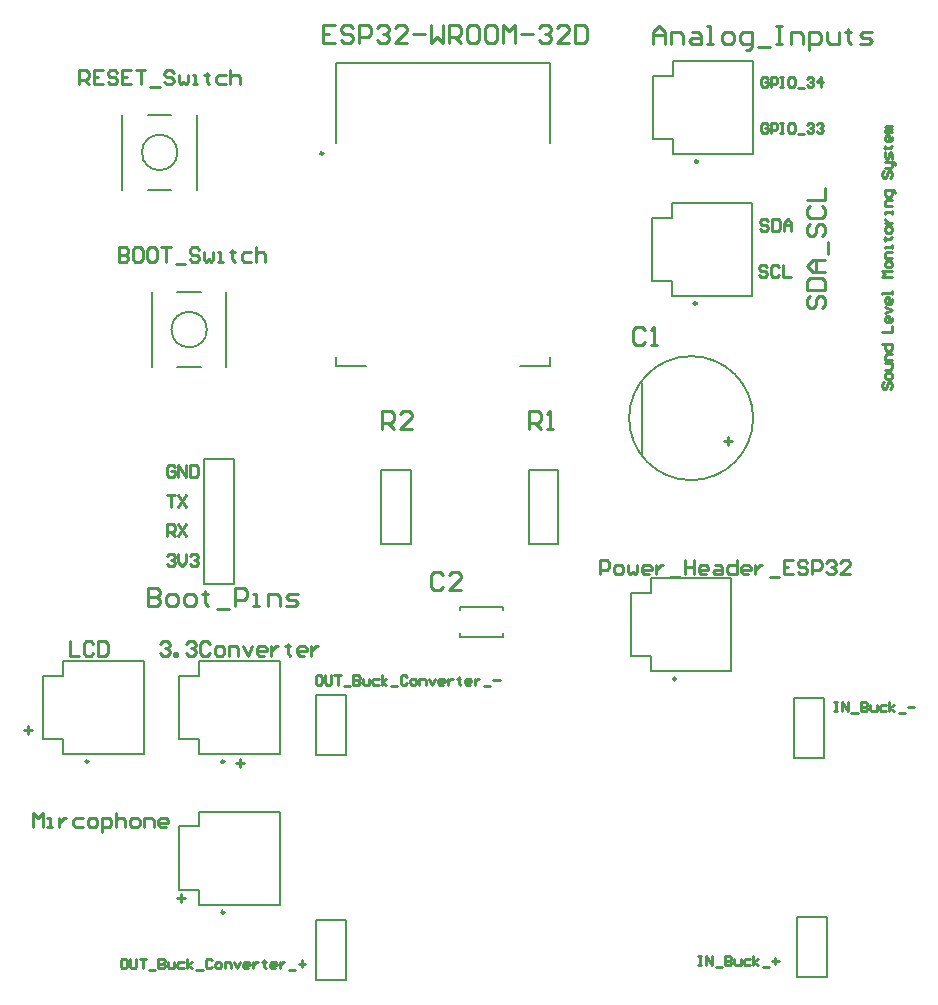
<source format=gbr>
G04*
G04 #@! TF.GenerationSoftware,Altium Limited,Altium Designer,22.4.2 (48)*
G04*
G04 Layer_Color=65535*
%FSLAX25Y25*%
%MOIN*%
G70*
G04*
G04 #@! TF.SameCoordinates,D1C75A00-648E-4898-854E-167750E82D76*
G04*
G04*
G04 #@! TF.FilePolarity,Positive*
G04*
G01*
G75*
%ADD10C,0.00984*%
%ADD11C,0.00500*%
%ADD12C,0.00591*%
%ADD13C,0.00787*%
%ADD14C,0.01000*%
D10*
X238091Y235138D02*
G03*
X238091Y235138I-492J0D01*
G01*
X238484Y282461D02*
G03*
X238484Y282461I-492J0D01*
G01*
X231201Y109921D02*
G03*
X231201Y109921I-492J0D01*
G01*
X80610Y32165D02*
G03*
X80610Y32165I-492J0D01*
G01*
X35335Y82362D02*
G03*
X35335Y82362I-492J0D01*
G01*
X80610D02*
G03*
X80610Y82362I-492J0D01*
G01*
X113583Y285138D02*
G03*
X113583Y285138I-492J0D01*
G01*
D11*
X64961Y285433D02*
G03*
X64961Y285433I-5906J0D01*
G01*
X74803Y226378D02*
G03*
X74803Y226378I-5906J0D01*
G01*
X55118Y273031D02*
X62992D01*
X55118Y297835D02*
X62992D01*
X71457Y273031D02*
Y297835D01*
X46654Y290551D02*
Y297835D01*
Y273031D02*
Y290551D01*
X56496Y213976D02*
Y231496D01*
Y238779D01*
X81299Y213976D02*
Y238779D01*
X64961D02*
X72835D01*
X64961Y213976D02*
X72835D01*
D12*
X256890Y196850D02*
G03*
X256890Y196850I-20669J0D01*
G01*
D13*
X256496Y237697D02*
Y268642D01*
X223031Y242618D02*
Y263720D01*
Y242618D02*
X229724D01*
Y237697D02*
Y242618D01*
Y237697D02*
X256496D01*
X223031Y263720D02*
X229724D01*
Y268642D01*
X256496D01*
X256890Y285020D02*
Y315965D01*
X223425Y289941D02*
Y311043D01*
Y289941D02*
X230118D01*
Y285020D02*
Y289941D01*
Y285020D02*
X256890D01*
X223425Y311043D02*
X230118D01*
Y315965D01*
X256890D01*
X270590Y83425D02*
Y103425D01*
Y83425D02*
X280591D01*
Y103425D01*
X270590D02*
X280591D01*
X271575Y10591D02*
Y30591D01*
Y10591D02*
X281575D01*
Y30591D01*
X271575D02*
X281575D01*
X111142Y84409D02*
Y104409D01*
Y84409D02*
X121142D01*
Y104409D01*
X111142D02*
X121142D01*
X222835Y143425D02*
X249606D01*
X222835Y138504D02*
Y143425D01*
X216142Y138504D02*
X222835D01*
Y112480D02*
X249606D01*
X222835D02*
Y117402D01*
X216142D02*
X222835D01*
X216142D02*
Y138504D01*
X249606Y112480D02*
Y143425D01*
X111142Y9606D02*
Y29606D01*
Y9606D02*
X121142D01*
Y29606D01*
X111142D02*
X121142D01*
X72244Y65669D02*
X99016D01*
X72244Y60748D02*
Y65669D01*
X65551Y60748D02*
X72244D01*
Y34725D02*
X99016D01*
X72244D02*
Y39646D01*
X65551D02*
X72244D01*
X65551D02*
Y60748D01*
X99016Y34725D02*
Y65669D01*
X26969Y115866D02*
X53740D01*
X26969Y110945D02*
Y115866D01*
X20276Y110945D02*
X26969D01*
Y84921D02*
X53740D01*
X26969D02*
Y89842D01*
X20276D02*
X26969D01*
X20276D02*
Y110945D01*
X53740Y84921D02*
Y115866D01*
X72244Y115866D02*
X99016D01*
X72244Y110945D02*
Y115866D01*
X65551Y110945D02*
X72244D01*
Y84921D02*
X99016D01*
X72244D02*
Y89842D01*
X65551D02*
X72244D01*
X65551D02*
Y110945D01*
X99016Y84921D02*
Y115866D01*
X132874Y154921D02*
X142717D01*
Y179724D01*
X132874D02*
X142717D01*
X132874Y154921D02*
Y179724D01*
X182087Y154921D02*
Y179724D01*
X191929D01*
Y154921D02*
Y179724D01*
X182087Y154921D02*
X191929D01*
X117913Y288681D02*
Y315118D01*
Y214331D02*
Y217185D01*
X179291Y214331D02*
X189173D01*
X117913D02*
X127795D01*
X189173Y288681D02*
Y315118D01*
Y214331D02*
Y217185D01*
X117913Y315118D02*
X189173D01*
X159252Y132776D02*
Y133858D01*
Y124016D02*
Y125099D01*
Y124016D02*
X173425D01*
Y132776D02*
Y133858D01*
Y124016D02*
Y125099D01*
X159252Y133858D02*
X173425D01*
X219685Y185039D02*
Y208661D01*
X73740Y183228D02*
X83740D01*
Y141732D02*
Y183228D01*
X73740Y141732D02*
X83740D01*
X73740D02*
Y183228D01*
D14*
X261596Y247292D02*
X260940Y247948D01*
X259628D01*
X258972Y247292D01*
Y246636D01*
X259628Y245980D01*
X260940D01*
X261596Y245324D01*
Y244668D01*
X260940Y244012D01*
X259628D01*
X258972Y244668D01*
X265532Y247292D02*
X264876Y247948D01*
X263564D01*
X262908Y247292D01*
Y244668D01*
X263564Y244012D01*
X264876D01*
X265532Y244668D01*
X266844Y247948D02*
Y244012D01*
X269468D01*
X261793Y262646D02*
X261137Y263302D01*
X259825D01*
X259169Y262646D01*
Y261990D01*
X259825Y261334D01*
X261137D01*
X261793Y260678D01*
Y260022D01*
X261137Y259366D01*
X259825D01*
X259169Y260022D01*
X263105Y263302D02*
Y259366D01*
X265073D01*
X265729Y260022D01*
Y262646D01*
X265073Y263302D01*
X263105D01*
X267041Y259366D02*
Y261990D01*
X268353Y263302D01*
X269665Y261990D01*
Y259366D01*
Y261334D01*
X267041D01*
X261760Y294601D02*
X261236Y295126D01*
X260186D01*
X259661Y294601D01*
Y292502D01*
X260186Y291978D01*
X261236D01*
X261760Y292502D01*
Y293552D01*
X260711D01*
X262810Y291978D02*
Y295126D01*
X264384D01*
X264909Y294601D01*
Y293552D01*
X264384Y293027D01*
X262810D01*
X265959Y295126D02*
X267008D01*
X266483D01*
Y291978D01*
X265959D01*
X267008D01*
X270157Y295126D02*
X269107D01*
X268582Y294601D01*
Y292502D01*
X269107Y291978D01*
X270157D01*
X270682Y292502D01*
Y294601D01*
X270157Y295126D01*
X271731Y291453D02*
X273830D01*
X274880Y294601D02*
X275404Y295126D01*
X276454D01*
X276979Y294601D01*
Y294077D01*
X276454Y293552D01*
X275929D01*
X276454D01*
X276979Y293027D01*
Y292502D01*
X276454Y291978D01*
X275404D01*
X274880Y292502D01*
X278028Y294601D02*
X278553Y295126D01*
X279603D01*
X280127Y294601D01*
Y294077D01*
X279603Y293552D01*
X279078D01*
X279603D01*
X280127Y293027D01*
Y292502D01*
X279603Y291978D01*
X278553D01*
X278028Y292502D01*
X261760Y309956D02*
X261236Y310480D01*
X260186D01*
X259661Y309956D01*
Y307857D01*
X260186Y307332D01*
X261236D01*
X261760Y307857D01*
Y308906D01*
X260711D01*
X262810Y307332D02*
Y310480D01*
X264384D01*
X264909Y309956D01*
Y308906D01*
X264384Y308381D01*
X262810D01*
X265959Y310480D02*
X267008D01*
X266483D01*
Y307332D01*
X265959D01*
X267008D01*
X270157Y310480D02*
X269107D01*
X268582Y309956D01*
Y307857D01*
X269107Y307332D01*
X270157D01*
X270682Y307857D01*
Y309956D01*
X270157Y310480D01*
X271731Y306807D02*
X273830D01*
X274880Y309956D02*
X275404Y310480D01*
X276454D01*
X276979Y309956D01*
Y309431D01*
X276454Y308906D01*
X275929D01*
X276454D01*
X276979Y308381D01*
Y307857D01*
X276454Y307332D01*
X275404D01*
X274880Y307857D01*
X279603Y307332D02*
Y310480D01*
X278028Y308906D01*
X280127D01*
X13795Y92863D02*
X16419D01*
X15107Y94175D02*
Y91551D01*
X247063Y189320D02*
X249687D01*
X248375Y190632D02*
Y188008D01*
X64976Y36761D02*
X67600D01*
X66288Y38073D02*
Y35449D01*
X84661Y82036D02*
X87285D01*
X85973Y83348D02*
Y80724D01*
X300445Y208808D02*
X299920Y208283D01*
Y207233D01*
X300445Y206709D01*
X300970D01*
X301494Y207233D01*
Y208283D01*
X302019Y208808D01*
X302544D01*
X303069Y208283D01*
Y207233D01*
X302544Y206709D01*
X303069Y210382D02*
Y211432D01*
X302544Y211956D01*
X301494D01*
X300970Y211432D01*
Y210382D01*
X301494Y209857D01*
X302544D01*
X303069Y210382D01*
X300970Y213006D02*
X302544D01*
X303069Y213531D01*
Y215105D01*
X300970D01*
X303069Y216154D02*
X300970D01*
Y217729D01*
X301494Y218253D01*
X303069D01*
X299920Y221402D02*
X303069D01*
Y219828D01*
X302544Y219303D01*
X301494D01*
X300970Y219828D01*
Y221402D01*
X299920Y225600D02*
X303069D01*
Y227699D01*
Y230323D02*
Y229274D01*
X302544Y228749D01*
X301494D01*
X300970Y229274D01*
Y230323D01*
X301494Y230848D01*
X302019D01*
Y228749D01*
X300970Y231897D02*
X303069Y232947D01*
X300970Y233997D01*
X303069Y236620D02*
Y235571D01*
X302544Y235046D01*
X301494D01*
X300970Y235571D01*
Y236620D01*
X301494Y237145D01*
X302019D01*
Y235046D01*
X303069Y238195D02*
Y239244D01*
Y238719D01*
X299920D01*
Y238195D01*
X303069Y243967D02*
X299920D01*
X300970Y245017D01*
X299920Y246066D01*
X303069D01*
Y247640D02*
Y248690D01*
X302544Y249215D01*
X301494D01*
X300970Y248690D01*
Y247640D01*
X301494Y247116D01*
X302544D01*
X303069Y247640D01*
Y250264D02*
X300970D01*
Y251838D01*
X301494Y252363D01*
X303069D01*
Y253413D02*
Y254462D01*
Y253938D01*
X300970D01*
Y253413D01*
X300445Y256561D02*
X300970D01*
Y256037D01*
Y257086D01*
Y256561D01*
X302544D01*
X303069Y257086D01*
Y259185D02*
Y260235D01*
X302544Y260759D01*
X301494D01*
X300970Y260235D01*
Y259185D01*
X301494Y258660D01*
X302544D01*
X303069Y259185D01*
X300970Y261809D02*
X303069D01*
X302019D01*
X301494Y262334D01*
X300970Y262859D01*
Y263383D01*
X303069Y264958D02*
Y266007D01*
Y265482D01*
X300970D01*
Y264958D01*
X303069Y267581D02*
X300970D01*
Y269156D01*
X301494Y269681D01*
X303069D01*
X304118Y271780D02*
Y272304D01*
X303593Y272829D01*
X300970D01*
Y271255D01*
X301494Y270730D01*
X302544D01*
X303069Y271255D01*
Y272829D01*
X300445Y279126D02*
X299920Y278602D01*
Y277552D01*
X300445Y277027D01*
X300970D01*
X301494Y277552D01*
Y278602D01*
X302019Y279126D01*
X302544D01*
X303069Y278602D01*
Y277552D01*
X302544Y277027D01*
X300970Y280176D02*
X302544D01*
X303069Y280701D01*
Y282275D01*
X303593D01*
X304118Y281750D01*
Y281225D01*
X303069Y282275D02*
X300970D01*
X303069Y283324D02*
Y284899D01*
X302544Y285423D01*
X302019Y284899D01*
Y283849D01*
X301494Y283324D01*
X300970Y283849D01*
Y285423D01*
X300445Y286998D02*
X300970D01*
Y286473D01*
Y287523D01*
Y286998D01*
X302544D01*
X303069Y287523D01*
Y290671D02*
Y289622D01*
X302544Y289097D01*
X301494D01*
X300970Y289622D01*
Y290671D01*
X301494Y291196D01*
X302019D01*
Y289097D01*
X303069Y292245D02*
X300970D01*
Y292770D01*
X301494Y293295D01*
X303069D01*
X301494D01*
X300970Y293820D01*
X301494Y294344D01*
X303069D01*
X64033Y180516D02*
X63377Y181172D01*
X62065D01*
X61409Y180516D01*
Y177892D01*
X62065Y177236D01*
X63377D01*
X64033Y177892D01*
Y179204D01*
X62721D01*
X65345Y177236D02*
Y181172D01*
X67969Y177236D01*
Y181172D01*
X69281D02*
Y177236D01*
X71249D01*
X71905Y177892D01*
Y180516D01*
X71249Y181172D01*
X69281D01*
X61409Y150988D02*
X62065Y151644D01*
X63377D01*
X64033Y150988D01*
Y150332D01*
X63377Y149677D01*
X62721D01*
X63377D01*
X64033Y149021D01*
Y148365D01*
X63377Y147709D01*
X62065D01*
X61409Y148365D01*
X65345Y151644D02*
Y149021D01*
X66657Y147709D01*
X67969Y149021D01*
Y151644D01*
X69281Y150988D02*
X69937Y151644D01*
X71249D01*
X71905Y150988D01*
Y150332D01*
X71249Y149677D01*
X70593D01*
X71249D01*
X71905Y149021D01*
Y148365D01*
X71249Y147709D01*
X69937D01*
X69281Y148365D01*
X61409Y157551D02*
Y161487D01*
X63377D01*
X64033Y160831D01*
Y159519D01*
X63377Y158863D01*
X61409D01*
X62721D02*
X64033Y157551D01*
X65345Y161487D02*
X67969Y157551D01*
Y161487D02*
X65345Y157551D01*
X61409Y171329D02*
X64033D01*
X62721D01*
Y167394D01*
X65345Y171329D02*
X67969Y167394D01*
Y171329D02*
X65345Y167394D01*
X275847Y237647D02*
X274848Y236647D01*
Y234648D01*
X275847Y233648D01*
X276847D01*
X277847Y234648D01*
Y236647D01*
X278846Y237647D01*
X279846D01*
X280846Y236647D01*
Y234648D01*
X279846Y233648D01*
X274848Y239646D02*
X280846D01*
Y242645D01*
X279846Y243645D01*
X275847D01*
X274848Y242645D01*
Y239646D01*
X280846Y245644D02*
X276847D01*
X274848Y247644D01*
X276847Y249643D01*
X280846D01*
X277847D01*
Y245644D01*
X281845Y251642D02*
Y255641D01*
X275847Y261639D02*
X274848Y260640D01*
Y258640D01*
X275847Y257640D01*
X276847D01*
X277847Y258640D01*
Y260640D01*
X278846Y261639D01*
X279846D01*
X280846Y260640D01*
Y258640D01*
X279846Y257640D01*
X275847Y267637D02*
X274848Y266637D01*
Y264638D01*
X275847Y263638D01*
X279846D01*
X280846Y264638D01*
Y266637D01*
X279846Y267637D01*
X274848Y269637D02*
X280846D01*
Y273635D01*
X223654Y321442D02*
Y325441D01*
X225653Y327440D01*
X227653Y325441D01*
Y321442D01*
Y324441D01*
X223654D01*
X229652Y321442D02*
Y325441D01*
X232651D01*
X233651Y324441D01*
Y321442D01*
X236650Y325441D02*
X238649D01*
X239649Y324441D01*
Y321442D01*
X236650D01*
X235650Y322442D01*
X236650Y323442D01*
X239649D01*
X241648Y321442D02*
X243648D01*
X242648D01*
Y327440D01*
X241648D01*
X247646Y321442D02*
X249645D01*
X250645Y322442D01*
Y324441D01*
X249645Y325441D01*
X247646D01*
X246646Y324441D01*
Y322442D01*
X247646Y321442D01*
X254644Y319443D02*
X255644D01*
X256643Y320443D01*
Y325441D01*
X253644D01*
X252645Y324441D01*
Y322442D01*
X253644Y321442D01*
X256643D01*
X258643Y320443D02*
X262641D01*
X264641Y327440D02*
X266640D01*
X265640D01*
Y321442D01*
X264641D01*
X266640D01*
X269639D02*
Y325441D01*
X272638D01*
X273638Y324441D01*
Y321442D01*
X275637Y319443D02*
Y325441D01*
X278636D01*
X279636Y324441D01*
Y322442D01*
X278636Y321442D01*
X275637D01*
X281635Y325441D02*
Y322442D01*
X282635Y321442D01*
X285634D01*
Y325441D01*
X288633Y326441D02*
Y325441D01*
X287633D01*
X289633D01*
X288633D01*
Y322442D01*
X289633Y321442D01*
X292632D02*
X295631D01*
X296630Y322442D01*
X295631Y323442D01*
X293631D01*
X292632Y324441D01*
X293631Y325441D01*
X296630D01*
X283863Y102230D02*
X284912D01*
X284387D01*
Y99082D01*
X283863D01*
X284912D01*
X286486D02*
Y102230D01*
X288585Y99082D01*
Y102230D01*
X289635Y98557D02*
X291734D01*
X292784Y102230D02*
Y99082D01*
X294358D01*
X294883Y99607D01*
Y100131D01*
X294358Y100656D01*
X292784D01*
X294358D01*
X294883Y101181D01*
Y101706D01*
X294358Y102230D01*
X292784D01*
X295932Y101181D02*
Y99607D01*
X296457Y99082D01*
X298031D01*
Y101181D01*
X301180D02*
X299605D01*
X299081Y100656D01*
Y99607D01*
X299605Y99082D01*
X301180D01*
X302229D02*
Y102230D01*
Y100131D02*
X303804Y101181D01*
X302229Y100131D02*
X303804Y99082D01*
X305378Y98557D02*
X307477D01*
X308526Y100656D02*
X310626D01*
X238587Y17585D02*
X239636D01*
X239112D01*
Y14436D01*
X238587D01*
X239636D01*
X241211D02*
Y17585D01*
X243310Y14436D01*
Y17585D01*
X244359Y13911D02*
X246459D01*
X247508Y17585D02*
Y14436D01*
X249082D01*
X249607Y14961D01*
Y15486D01*
X249082Y16010D01*
X247508D01*
X249082D01*
X249607Y16535D01*
Y17060D01*
X249082Y17585D01*
X247508D01*
X250657Y16535D02*
Y14961D01*
X251181Y14436D01*
X252756D01*
Y16535D01*
X255904D02*
X254330D01*
X253805Y16010D01*
Y14961D01*
X254330Y14436D01*
X255904D01*
X256954D02*
Y17585D01*
Y15486D02*
X258528Y16535D01*
X256954Y15486D02*
X258528Y14436D01*
X260102Y13911D02*
X262201D01*
X263251Y16010D02*
X265350D01*
X264300Y17060D02*
Y14961D01*
X112608Y111089D02*
X111558D01*
X111033Y110564D01*
Y108465D01*
X111558Y107940D01*
X112608D01*
X113133Y108465D01*
Y110564D01*
X112608Y111089D01*
X114182D02*
Y108465D01*
X114707Y107940D01*
X115756D01*
X116281Y108465D01*
Y111089D01*
X117331D02*
X119430D01*
X118380D01*
Y107940D01*
X120479Y107415D02*
X122578D01*
X123628Y111089D02*
Y107940D01*
X125202D01*
X125727Y108465D01*
Y108990D01*
X125202Y109514D01*
X123628D01*
X125202D01*
X125727Y110039D01*
Y110564D01*
X125202Y111089D01*
X123628D01*
X126777Y110039D02*
Y108465D01*
X127301Y107940D01*
X128876D01*
Y110039D01*
X132024D02*
X130450D01*
X129925Y109514D01*
Y108465D01*
X130450Y107940D01*
X132024D01*
X133074D02*
Y111089D01*
Y108990D02*
X134648Y110039D01*
X133074Y108990D02*
X134648Y107940D01*
X136222Y107415D02*
X138321D01*
X141470Y110564D02*
X140945Y111089D01*
X139896D01*
X139371Y110564D01*
Y108465D01*
X139896Y107940D01*
X140945D01*
X141470Y108465D01*
X143044Y107940D02*
X144094D01*
X144618Y108465D01*
Y109514D01*
X144094Y110039D01*
X143044D01*
X142519Y109514D01*
Y108465D01*
X143044Y107940D01*
X145668D02*
Y110039D01*
X147242D01*
X147767Y109514D01*
Y107940D01*
X148817Y110039D02*
X149866Y107940D01*
X150916Y110039D01*
X153540Y107940D02*
X152490D01*
X151965Y108465D01*
Y109514D01*
X152490Y110039D01*
X153540D01*
X154064Y109514D01*
Y108990D01*
X151965D01*
X155114Y110039D02*
Y107940D01*
Y108990D01*
X155639Y109514D01*
X156163Y110039D01*
X156688D01*
X158787Y110564D02*
Y110039D01*
X158262D01*
X159312D01*
X158787D01*
Y108465D01*
X159312Y107940D01*
X162460D02*
X161411D01*
X160886Y108465D01*
Y109514D01*
X161411Y110039D01*
X162460D01*
X162985Y109514D01*
Y108990D01*
X160886D01*
X164035Y110039D02*
Y107940D01*
Y108990D01*
X164560Y109514D01*
X165084Y110039D01*
X165609D01*
X167183Y107415D02*
X169282D01*
X170332Y109514D02*
X172431D01*
X205698Y144741D02*
Y149464D01*
X208060D01*
X208847Y148677D01*
Y147102D01*
X208060Y146315D01*
X205698D01*
X211209Y144741D02*
X212783D01*
X213570Y145528D01*
Y147102D01*
X212783Y147889D01*
X211209D01*
X210421Y147102D01*
Y145528D01*
X211209Y144741D01*
X215144Y147889D02*
Y145528D01*
X215932Y144741D01*
X216719Y145528D01*
X217506Y144741D01*
X218293Y145528D01*
Y147889D01*
X222229Y144741D02*
X220654D01*
X219867Y145528D01*
Y147102D01*
X220654Y147889D01*
X222229D01*
X223016Y147102D01*
Y146315D01*
X219867D01*
X224590Y147889D02*
Y144741D01*
Y146315D01*
X225377Y147102D01*
X226164Y147889D01*
X226952D01*
X229313Y143954D02*
X232462D01*
X234036Y149464D02*
Y144741D01*
Y147102D01*
X237184D01*
Y149464D01*
Y144741D01*
X241120D02*
X239546D01*
X238759Y145528D01*
Y147102D01*
X239546Y147889D01*
X241120D01*
X241907Y147102D01*
Y146315D01*
X238759D01*
X244269Y147889D02*
X245843D01*
X246630Y147102D01*
Y144741D01*
X244269D01*
X243482Y145528D01*
X244269Y146315D01*
X246630D01*
X251353Y149464D02*
Y144741D01*
X248992D01*
X248204Y145528D01*
Y147102D01*
X248992Y147889D01*
X251353D01*
X255289Y144741D02*
X253714D01*
X252927Y145528D01*
Y147102D01*
X253714Y147889D01*
X255289D01*
X256076Y147102D01*
Y146315D01*
X252927D01*
X257650Y147889D02*
Y144741D01*
Y146315D01*
X258437Y147102D01*
X259225Y147889D01*
X260012D01*
X262373Y143954D02*
X265522D01*
X270245Y149464D02*
X267096D01*
Y144741D01*
X270245D01*
X267096Y147102D02*
X268670D01*
X274968Y148677D02*
X274180Y149464D01*
X272606D01*
X271819Y148677D01*
Y147889D01*
X272606Y147102D01*
X274180D01*
X274968Y146315D01*
Y145528D01*
X274180Y144741D01*
X272606D01*
X271819Y145528D01*
X276542Y144741D02*
Y149464D01*
X278903D01*
X279690Y148677D01*
Y147102D01*
X278903Y146315D01*
X276542D01*
X281265Y148677D02*
X282052Y149464D01*
X283626D01*
X284413Y148677D01*
Y147889D01*
X283626Y147102D01*
X282839D01*
X283626D01*
X284413Y146315D01*
Y145528D01*
X283626Y144741D01*
X282052D01*
X281265Y145528D01*
X289136Y144741D02*
X285987D01*
X289136Y147889D01*
Y148677D01*
X288349Y149464D01*
X286775D01*
X285987Y148677D01*
X47647Y16601D02*
X46598D01*
X46073Y16076D01*
Y13977D01*
X46598Y13452D01*
X47647D01*
X48172Y13977D01*
Y16076D01*
X47647Y16601D01*
X49222D02*
Y13977D01*
X49746Y13452D01*
X50796D01*
X51321Y13977D01*
Y16601D01*
X52370D02*
X54469D01*
X53420D01*
Y13452D01*
X55519Y12927D02*
X57618D01*
X58667Y16601D02*
Y13452D01*
X60242D01*
X60766Y13977D01*
Y14501D01*
X60242Y15026D01*
X58667D01*
X60242D01*
X60766Y15551D01*
Y16076D01*
X60242Y16601D01*
X58667D01*
X61816Y15551D02*
Y13977D01*
X62341Y13452D01*
X63915D01*
Y15551D01*
X67063D02*
X65489D01*
X64964Y15026D01*
Y13977D01*
X65489Y13452D01*
X67063D01*
X68113D02*
Y16601D01*
Y14501D02*
X69687Y15551D01*
X68113Y14501D02*
X69687Y13452D01*
X71262Y12927D02*
X73361D01*
X76509Y16076D02*
X75985Y16601D01*
X74935D01*
X74410Y16076D01*
Y13977D01*
X74935Y13452D01*
X75985D01*
X76509Y13977D01*
X78084Y13452D02*
X79133D01*
X79658Y13977D01*
Y15026D01*
X79133Y15551D01*
X78084D01*
X77559Y15026D01*
Y13977D01*
X78084Y13452D01*
X80707D02*
Y15551D01*
X82282D01*
X82806Y15026D01*
Y13452D01*
X83856Y15551D02*
X84905Y13452D01*
X85955Y15551D01*
X88579Y13452D02*
X87529D01*
X87005Y13977D01*
Y15026D01*
X87529Y15551D01*
X88579D01*
X89104Y15026D01*
Y14501D01*
X87005D01*
X90153Y15551D02*
Y13452D01*
Y14501D01*
X90678Y15026D01*
X91203Y15551D01*
X91728D01*
X93827Y16076D02*
Y15551D01*
X93302D01*
X94351D01*
X93827D01*
Y13977D01*
X94351Y13452D01*
X97500D02*
X96450D01*
X95926Y13977D01*
Y15026D01*
X96450Y15551D01*
X97500D01*
X98025Y15026D01*
Y14501D01*
X95926D01*
X99074Y15551D02*
Y13452D01*
Y14501D01*
X99599Y15026D01*
X100124Y15551D01*
X100648D01*
X102223Y12927D02*
X104322D01*
X105371Y15026D02*
X107470D01*
X106421Y16076D02*
Y13977D01*
X16936Y60434D02*
Y65157D01*
X18511Y63582D01*
X20085Y65157D01*
Y60434D01*
X21659D02*
X23234D01*
X22446D01*
Y63582D01*
X21659D01*
X25595D02*
Y60434D01*
Y62008D01*
X26382Y62795D01*
X27169Y63582D01*
X27957D01*
X33467D02*
X31105D01*
X30318Y62795D01*
Y61221D01*
X31105Y60434D01*
X33467D01*
X35828D02*
X37402D01*
X38189Y61221D01*
Y62795D01*
X37402Y63582D01*
X35828D01*
X35041Y62795D01*
Y61221D01*
X35828Y60434D01*
X39764Y58859D02*
Y63582D01*
X42125D01*
X42912Y62795D01*
Y61221D01*
X42125Y60434D01*
X39764D01*
X44486Y65157D02*
Y60434D01*
Y62795D01*
X45274Y63582D01*
X46848D01*
X47635Y62795D01*
Y60434D01*
X49997D02*
X51571D01*
X52358Y61221D01*
Y62795D01*
X51571Y63582D01*
X49997D01*
X49209Y62795D01*
Y61221D01*
X49997Y60434D01*
X53932D02*
Y63582D01*
X56294D01*
X57081Y62795D01*
Y60434D01*
X61017D02*
X59442D01*
X58655Y61221D01*
Y62795D01*
X59442Y63582D01*
X61017D01*
X61804Y62795D01*
Y62008D01*
X58655D01*
X29136Y122440D02*
Y117717D01*
X32285D01*
X37007Y121653D02*
X36220Y122440D01*
X34646D01*
X33859Y121653D01*
Y118504D01*
X34646Y117717D01*
X36220D01*
X37007Y118504D01*
X38582Y122440D02*
Y117717D01*
X40943D01*
X41730Y118504D01*
Y121653D01*
X40943Y122440D01*
X38582D01*
X59260Y121653D02*
X60048Y122440D01*
X61622D01*
X62409Y121653D01*
Y120866D01*
X61622Y120079D01*
X60835D01*
X61622D01*
X62409Y119292D01*
Y118504D01*
X61622Y117717D01*
X60048D01*
X59260Y118504D01*
X63983Y117717D02*
Y118504D01*
X64771D01*
Y117717D01*
X63983D01*
X67919Y121653D02*
X68706Y122440D01*
X70281D01*
X71068Y121653D01*
Y120866D01*
X70281Y120079D01*
X69493D01*
X70281D01*
X71068Y119292D01*
Y118504D01*
X70281Y117717D01*
X68706D01*
X67919Y118504D01*
X75791Y121653D02*
X75003Y122440D01*
X73429D01*
X72642Y121653D01*
Y118504D01*
X73429Y117717D01*
X75003D01*
X75791Y118504D01*
X78152Y117717D02*
X79726D01*
X80514Y118504D01*
Y120079D01*
X79726Y120866D01*
X78152D01*
X77365Y120079D01*
Y118504D01*
X78152Y117717D01*
X82088D02*
Y120866D01*
X84449D01*
X85236Y120079D01*
Y117717D01*
X86811Y120866D02*
X88385Y117717D01*
X89959Y120866D01*
X93895Y117717D02*
X92321D01*
X91533Y118504D01*
Y120079D01*
X92321Y120866D01*
X93895D01*
X94682Y120079D01*
Y119292D01*
X91533D01*
X96256Y120866D02*
Y117717D01*
Y119292D01*
X97044Y120079D01*
X97831Y120866D01*
X98618D01*
X101766Y121653D02*
Y120866D01*
X100979D01*
X102554D01*
X101766D01*
Y118504D01*
X102554Y117717D01*
X107276D02*
X105702D01*
X104915Y118504D01*
Y120079D01*
X105702Y120866D01*
X107276D01*
X108064Y120079D01*
Y119292D01*
X104915D01*
X109638Y120866D02*
Y117717D01*
Y119292D01*
X110425Y120079D01*
X111212Y120866D01*
X111999D01*
X32292Y308071D02*
Y312794D01*
X34654D01*
X35441Y312007D01*
Y310433D01*
X34654Y309646D01*
X32292D01*
X33866D02*
X35441Y308071D01*
X40164Y312794D02*
X37015D01*
Y308071D01*
X40164D01*
X37015Y310433D02*
X38589D01*
X44886Y312007D02*
X44099Y312794D01*
X42525D01*
X41738Y312007D01*
Y311220D01*
X42525Y310433D01*
X44099D01*
X44886Y309646D01*
Y308859D01*
X44099Y308071D01*
X42525D01*
X41738Y308859D01*
X49609Y312794D02*
X46461D01*
Y308071D01*
X49609D01*
X46461Y310433D02*
X48035D01*
X51184Y312794D02*
X54332D01*
X52758D01*
Y308071D01*
X55906Y307284D02*
X59055D01*
X63778Y312007D02*
X62991Y312794D01*
X61417D01*
X60629Y312007D01*
Y311220D01*
X61417Y310433D01*
X62991D01*
X63778Y309646D01*
Y308859D01*
X62991Y308071D01*
X61417D01*
X60629Y308859D01*
X65352Y311220D02*
Y308859D01*
X66139Y308071D01*
X66927Y308859D01*
X67714Y308071D01*
X68501Y308859D01*
Y311220D01*
X70075Y308071D02*
X71649D01*
X70862D01*
Y311220D01*
X70075D01*
X74798Y312007D02*
Y311220D01*
X74011D01*
X75585D01*
X74798D01*
Y308859D01*
X75585Y308071D01*
X81095Y311220D02*
X78734D01*
X77947Y310433D01*
Y308859D01*
X78734Y308071D01*
X81095D01*
X82670Y312794D02*
Y308071D01*
Y310433D01*
X83457Y311220D01*
X85031D01*
X85818Y310433D01*
Y308071D01*
X133045Y193273D02*
Y199271D01*
X136044D01*
X137044Y198271D01*
Y196272D01*
X136044Y195272D01*
X133045D01*
X135045D02*
X137044Y193273D01*
X143042D02*
X139043D01*
X143042Y197272D01*
Y198271D01*
X142042Y199271D01*
X140043D01*
X139043Y198271D01*
X182258Y193273D02*
Y199271D01*
X185257D01*
X186257Y198271D01*
Y196272D01*
X185257Y195272D01*
X182258D01*
X184257D02*
X186257Y193273D01*
X188256D02*
X190255D01*
X189256D01*
Y199271D01*
X188256Y198271D01*
X117493Y327802D02*
X113495D01*
Y321804D01*
X117493D01*
X113495Y324803D02*
X115494D01*
X123491Y326802D02*
X122492Y327802D01*
X120492D01*
X119493Y326802D01*
Y325803D01*
X120492Y324803D01*
X122492D01*
X123491Y323803D01*
Y322804D01*
X122492Y321804D01*
X120492D01*
X119493Y322804D01*
X125491Y321804D02*
Y327802D01*
X128490D01*
X129489Y326802D01*
Y324803D01*
X128490Y323803D01*
X125491D01*
X131489Y326802D02*
X132488Y327802D01*
X134488D01*
X135487Y326802D01*
Y325803D01*
X134488Y324803D01*
X133488D01*
X134488D01*
X135487Y323803D01*
Y322804D01*
X134488Y321804D01*
X132488D01*
X131489Y322804D01*
X141486Y321804D02*
X137487D01*
X141486Y325803D01*
Y326802D01*
X140486Y327802D01*
X138487D01*
X137487Y326802D01*
X143485Y324803D02*
X147484D01*
X149483Y327802D02*
Y321804D01*
X151482Y323803D01*
X153482Y321804D01*
Y327802D01*
X155481Y321804D02*
Y327802D01*
X158480D01*
X159480Y326802D01*
Y324803D01*
X158480Y323803D01*
X155481D01*
X157480D02*
X159480Y321804D01*
X164478Y327802D02*
X162479D01*
X161479Y326802D01*
Y322804D01*
X162479Y321804D01*
X164478D01*
X165478Y322804D01*
Y326802D01*
X164478Y327802D01*
X170476D02*
X168477D01*
X167477Y326802D01*
Y322804D01*
X168477Y321804D01*
X170476D01*
X171476Y322804D01*
Y326802D01*
X170476Y327802D01*
X173475Y321804D02*
Y327802D01*
X175475Y325803D01*
X177474Y327802D01*
Y321804D01*
X179473Y324803D02*
X183472D01*
X185471Y326802D02*
X186471Y327802D01*
X188470D01*
X189470Y326802D01*
Y325803D01*
X188470Y324803D01*
X187471D01*
X188470D01*
X189470Y323803D01*
Y322804D01*
X188470Y321804D01*
X186471D01*
X185471Y322804D01*
X195468Y321804D02*
X191469D01*
X195468Y325803D01*
Y326802D01*
X194468Y327802D01*
X192469D01*
X191469Y326802D01*
X197467Y327802D02*
Y321804D01*
X200466D01*
X201466Y322804D01*
Y326802D01*
X200466Y327802D01*
X197467D01*
X153528Y144716D02*
X152528Y145716D01*
X150529D01*
X149529Y144716D01*
Y140717D01*
X150529Y139717D01*
X152528D01*
X153528Y140717D01*
X159526Y139717D02*
X155527D01*
X159526Y143716D01*
Y144716D01*
X158526Y145716D01*
X156527D01*
X155527Y144716D01*
X220769Y226299D02*
X219769Y227298D01*
X217770D01*
X216770Y226299D01*
Y222300D01*
X217770Y221300D01*
X219769D01*
X220769Y222300D01*
X222768Y221300D02*
X224768D01*
X223768D01*
Y227298D01*
X222768Y226299D01*
X45480Y253739D02*
Y249016D01*
X47842D01*
X48629Y249803D01*
Y250591D01*
X47842Y251378D01*
X45480D01*
X47842D01*
X48629Y252165D01*
Y252952D01*
X47842Y253739D01*
X45480D01*
X52565D02*
X50990D01*
X50203Y252952D01*
Y249803D01*
X50990Y249016D01*
X52565D01*
X53352Y249803D01*
Y252952D01*
X52565Y253739D01*
X57288D02*
X55713D01*
X54926Y252952D01*
Y249803D01*
X55713Y249016D01*
X57288D01*
X58075Y249803D01*
Y252952D01*
X57288Y253739D01*
X59649D02*
X62798D01*
X61223D01*
Y249016D01*
X64372Y248229D02*
X67520D01*
X72243Y252952D02*
X71456Y253739D01*
X69882D01*
X69095Y252952D01*
Y252165D01*
X69882Y251378D01*
X71456D01*
X72243Y250591D01*
Y249803D01*
X71456Y249016D01*
X69882D01*
X69095Y249803D01*
X73818Y252165D02*
Y249803D01*
X74605Y249016D01*
X75392Y249803D01*
X76179Y249016D01*
X76966Y249803D01*
Y252165D01*
X78540Y249016D02*
X80115D01*
X79328D01*
Y252165D01*
X78540D01*
X83263Y252952D02*
Y252165D01*
X82476D01*
X84051D01*
X83263D01*
Y249803D01*
X84051Y249016D01*
X89561Y252165D02*
X87199D01*
X86412Y251378D01*
Y249803D01*
X87199Y249016D01*
X89561D01*
X91135Y253739D02*
Y249016D01*
Y251378D01*
X91922Y252165D01*
X93496D01*
X94283Y251378D01*
Y249016D01*
X55103Y140365D02*
Y134367D01*
X58102D01*
X59101Y135367D01*
Y136366D01*
X58102Y137366D01*
X55103D01*
X58102D01*
X59101Y138366D01*
Y139365D01*
X58102Y140365D01*
X55103D01*
X62100Y134367D02*
X64100D01*
X65099Y135367D01*
Y137366D01*
X64100Y138366D01*
X62100D01*
X61101Y137366D01*
Y135367D01*
X62100Y134367D01*
X68098D02*
X70098D01*
X71097Y135367D01*
Y137366D01*
X70098Y138366D01*
X68098D01*
X67099Y137366D01*
Y135367D01*
X68098Y134367D01*
X74096Y139365D02*
Y138366D01*
X73097D01*
X75096D01*
X74096D01*
Y135367D01*
X75096Y134367D01*
X78095Y133367D02*
X82094D01*
X84093Y134367D02*
Y140365D01*
X87092D01*
X88092Y139365D01*
Y137366D01*
X87092Y136366D01*
X84093D01*
X90091Y134367D02*
X92091D01*
X91091D01*
Y138366D01*
X90091D01*
X95090Y134367D02*
Y138366D01*
X98089D01*
X99088Y137366D01*
Y134367D01*
X101088D02*
X104087D01*
X105086Y135367D01*
X104087Y136366D01*
X102087D01*
X101088Y137366D01*
X102087Y138366D01*
X105086D01*
M02*

</source>
